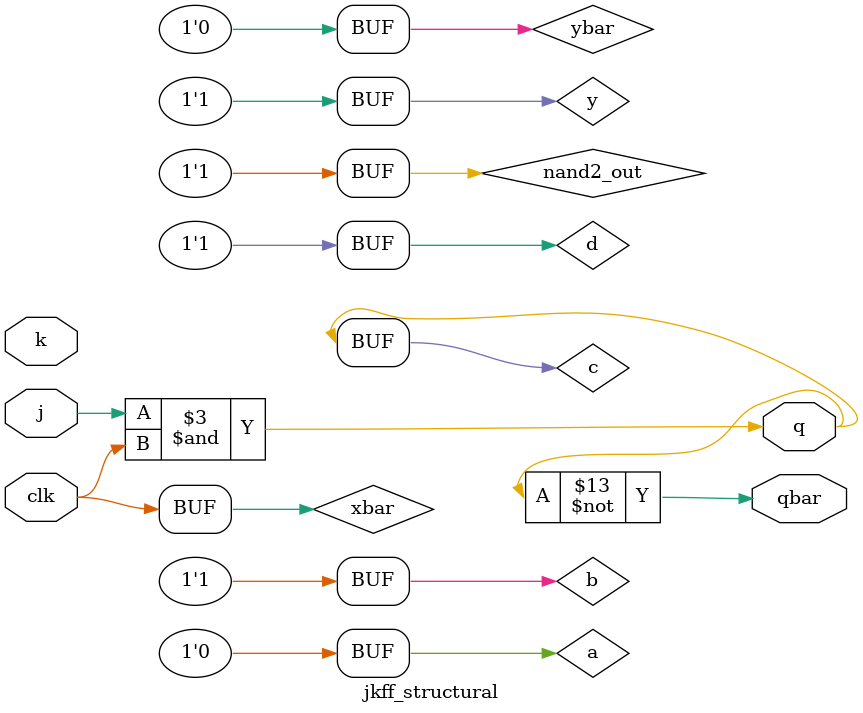
<source format=v>
module jkff_structural(q,qbar,clk,j,k);
input j,k,clk;
output q,qbar;
wire nand1_out; // output from nand1
wire nand2_out; // output from nand2
//temporary wires
wire x,xbar,y,ybar;
wire a,b,c,d;
assign a =1'b0;// assumed previous state of q as '0'
assign b=1'b1;// assumed previous state of qbar as '1'
nand(x,clk,b);
not(xbar,x);
nand(nand1_out,j,xbar);//nand1
nand(y,clk,a);
not(ybar,y);
nand(nand2_out,k,ybar);//nand2
nand(c,b,nand1_out);//nand3
nand(d,a,nand2_out);//nand4
assign q = c; 
assign qbar =~q; 
endmodule
</source>
